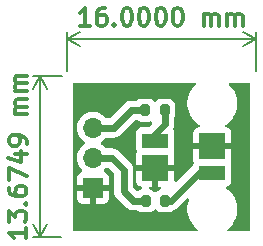
<source format=gbr>
%TF.GenerationSoftware,KiCad,Pcbnew,(6.0.2-0)*%
%TF.CreationDate,2022-08-03T15:23:41+02:00*%
%TF.ProjectId,Amon_led_board,416d6f6e-5f6c-4656-945f-626f6172642e,2*%
%TF.SameCoordinates,Original*%
%TF.FileFunction,Copper,L1,Top*%
%TF.FilePolarity,Positive*%
%FSLAX46Y46*%
G04 Gerber Fmt 4.6, Leading zero omitted, Abs format (unit mm)*
G04 Created by KiCad (PCBNEW (6.0.2-0)) date 2022-08-03 15:23:41*
%MOMM*%
%LPD*%
G01*
G04 APERTURE LIST*
G04 Aperture macros list*
%AMRoundRect*
0 Rectangle with rounded corners*
0 $1 Rounding radius*
0 $2 $3 $4 $5 $6 $7 $8 $9 X,Y pos of 4 corners*
0 Add a 4 corners polygon primitive as box body*
4,1,4,$2,$3,$4,$5,$6,$7,$8,$9,$2,$3,0*
0 Add four circle primitives for the rounded corners*
1,1,$1+$1,$2,$3*
1,1,$1+$1,$4,$5*
1,1,$1+$1,$6,$7*
1,1,$1+$1,$8,$9*
0 Add four rect primitives between the rounded corners*
20,1,$1+$1,$2,$3,$4,$5,0*
20,1,$1+$1,$4,$5,$6,$7,0*
20,1,$1+$1,$6,$7,$8,$9,0*
20,1,$1+$1,$8,$9,$2,$3,0*%
G04 Aperture macros list end*
%ADD10C,0.300000*%
%TA.AperFunction,NonConductor*%
%ADD11C,0.300000*%
%TD*%
%TA.AperFunction,NonConductor*%
%ADD12C,0.200000*%
%TD*%
%TA.AperFunction,SMDPad,CuDef*%
%ADD13R,2.200000X2.200000*%
%TD*%
%TA.AperFunction,SMDPad,CuDef*%
%ADD14R,2.200000X1.250000*%
%TD*%
%TA.AperFunction,SMDPad,CuDef*%
%ADD15RoundRect,0.200000X-0.200000X-0.275000X0.200000X-0.275000X0.200000X0.275000X-0.200000X0.275000X0*%
%TD*%
%TA.AperFunction,ComponentPad*%
%ADD16R,1.700000X1.700000*%
%TD*%
%TA.AperFunction,ComponentPad*%
%ADD17O,1.700000X1.700000*%
%TD*%
%TA.AperFunction,ViaPad*%
%ADD18C,0.700000*%
%TD*%
%TA.AperFunction,Conductor*%
%ADD19C,0.254000*%
%TD*%
%TA.AperFunction,Conductor*%
%ADD20C,0.600000*%
%TD*%
G04 APERTURE END LIST*
D10*
D11*
X133548315Y-100219218D02*
X133544655Y-101076353D01*
X133546485Y-100647785D02*
X132046499Y-100641379D01*
X132260172Y-100785150D01*
X132402418Y-100928616D01*
X132473236Y-101071777D01*
X132050464Y-99712816D02*
X132054430Y-98784253D01*
X132623718Y-99286689D01*
X132624633Y-99072405D01*
X132696671Y-98929855D01*
X132768404Y-98858732D01*
X132911565Y-98787914D01*
X133268704Y-98789439D01*
X133411255Y-98861477D01*
X133482378Y-98933210D01*
X133553196Y-99076371D01*
X133551366Y-99504938D01*
X133479328Y-99647489D01*
X133407595Y-99718612D01*
X133414306Y-98147198D02*
X133486039Y-98076075D01*
X133557161Y-98147808D01*
X133485428Y-98218931D01*
X133414306Y-98147198D01*
X133557161Y-98147808D01*
X132062971Y-96784272D02*
X132061751Y-97069983D01*
X132132569Y-97213144D01*
X132203691Y-97284877D01*
X132417365Y-97428648D01*
X132702772Y-97501296D01*
X133274195Y-97503736D01*
X133417356Y-97432919D01*
X133489089Y-97361796D01*
X133561127Y-97219245D01*
X133562347Y-96933533D01*
X133491529Y-96790372D01*
X133420406Y-96718639D01*
X133277856Y-96646601D01*
X132920716Y-96645076D01*
X132777555Y-96715894D01*
X132705822Y-96787017D01*
X132633784Y-96929568D01*
X132632564Y-97215279D01*
X132703382Y-97358440D01*
X132774505Y-97430173D01*
X132917055Y-97502211D01*
X132065716Y-96141420D02*
X132069987Y-95141429D01*
X133567228Y-95790687D01*
X132575168Y-93929290D02*
X133575159Y-93933561D01*
X132002219Y-94283989D02*
X133072113Y-94645705D01*
X133076079Y-93717142D01*
X133578819Y-93076426D02*
X133580040Y-92790714D01*
X133509222Y-92647553D01*
X133438099Y-92575820D01*
X133224425Y-92432049D01*
X132939019Y-92359401D01*
X132367595Y-92356961D01*
X132224434Y-92427779D01*
X132152701Y-92498901D01*
X132080663Y-92641452D01*
X132079443Y-92927164D01*
X132150261Y-93070325D01*
X132221384Y-93142058D01*
X132363935Y-93214096D01*
X132721074Y-93215621D01*
X132864235Y-93144803D01*
X132935968Y-93073680D01*
X133008006Y-92931129D01*
X133009226Y-92645418D01*
X132938408Y-92502257D01*
X132867286Y-92430524D01*
X132724735Y-92358486D01*
X133589496Y-90576448D02*
X132589505Y-90572178D01*
X132732361Y-90572788D02*
X132661238Y-90501055D01*
X132590420Y-90357894D01*
X132591335Y-90143610D01*
X132663373Y-90001059D01*
X132806534Y-89930242D01*
X133592241Y-89933597D01*
X132806534Y-89930242D02*
X132663983Y-89858204D01*
X132593165Y-89715043D01*
X132594081Y-89500759D01*
X132666119Y-89358208D01*
X132809279Y-89287390D01*
X133594987Y-89290746D01*
X133598037Y-88576467D02*
X132598046Y-88572196D01*
X132740902Y-88572806D02*
X132669779Y-88501073D01*
X132598961Y-88357912D01*
X132599876Y-88143629D01*
X132671914Y-88001078D01*
X132815075Y-87930260D01*
X133600782Y-87933615D01*
X132815075Y-87930260D02*
X132672524Y-87858222D01*
X132601707Y-87715061D01*
X132602622Y-87500777D01*
X132674660Y-87358226D01*
X132817821Y-87287409D01*
X133603528Y-87290764D01*
D12*
X136558405Y-87323065D02*
X134138449Y-87312730D01*
X136500005Y-100997865D02*
X134080049Y-100987530D01*
X134724863Y-87315234D02*
X134666463Y-100990034D01*
X134724863Y-87315234D02*
X134666463Y-100990034D01*
X134724863Y-87315234D02*
X134133637Y-88439223D01*
X134724863Y-87315234D02*
X135306468Y-88444232D01*
X134666463Y-100990034D02*
X135257689Y-99866045D01*
X134666463Y-100990034D02*
X134084858Y-99861036D01*
D10*
D11*
X138928571Y-83054171D02*
X138071428Y-83054171D01*
X138500000Y-83054171D02*
X138500000Y-81554171D01*
X138357142Y-81768457D01*
X138214285Y-81911314D01*
X138071428Y-81982742D01*
X140214285Y-81554171D02*
X139928571Y-81554171D01*
X139785714Y-81625600D01*
X139714285Y-81697028D01*
X139571428Y-81911314D01*
X139500000Y-82197028D01*
X139500000Y-82768457D01*
X139571428Y-82911314D01*
X139642857Y-82982742D01*
X139785714Y-83054171D01*
X140071428Y-83054171D01*
X140214285Y-82982742D01*
X140285714Y-82911314D01*
X140357142Y-82768457D01*
X140357142Y-82411314D01*
X140285714Y-82268457D01*
X140214285Y-82197028D01*
X140071428Y-82125600D01*
X139785714Y-82125600D01*
X139642857Y-82197028D01*
X139571428Y-82268457D01*
X139500000Y-82411314D01*
X141000000Y-82911314D02*
X141071428Y-82982742D01*
X141000000Y-83054171D01*
X140928571Y-82982742D01*
X141000000Y-82911314D01*
X141000000Y-83054171D01*
X142000000Y-81554171D02*
X142142857Y-81554171D01*
X142285714Y-81625600D01*
X142357142Y-81697028D01*
X142428571Y-81839885D01*
X142500000Y-82125600D01*
X142500000Y-82482742D01*
X142428571Y-82768457D01*
X142357142Y-82911314D01*
X142285714Y-82982742D01*
X142142857Y-83054171D01*
X142000000Y-83054171D01*
X141857142Y-82982742D01*
X141785714Y-82911314D01*
X141714285Y-82768457D01*
X141642857Y-82482742D01*
X141642857Y-82125600D01*
X141714285Y-81839885D01*
X141785714Y-81697028D01*
X141857142Y-81625600D01*
X142000000Y-81554171D01*
X143428571Y-81554171D02*
X143571428Y-81554171D01*
X143714285Y-81625600D01*
X143785714Y-81697028D01*
X143857142Y-81839885D01*
X143928571Y-82125600D01*
X143928571Y-82482742D01*
X143857142Y-82768457D01*
X143785714Y-82911314D01*
X143714285Y-82982742D01*
X143571428Y-83054171D01*
X143428571Y-83054171D01*
X143285714Y-82982742D01*
X143214285Y-82911314D01*
X143142857Y-82768457D01*
X143071428Y-82482742D01*
X143071428Y-82125600D01*
X143142857Y-81839885D01*
X143214285Y-81697028D01*
X143285714Y-81625600D01*
X143428571Y-81554171D01*
X144857142Y-81554171D02*
X145000000Y-81554171D01*
X145142857Y-81625600D01*
X145214285Y-81697028D01*
X145285714Y-81839885D01*
X145357142Y-82125600D01*
X145357142Y-82482742D01*
X145285714Y-82768457D01*
X145214285Y-82911314D01*
X145142857Y-82982742D01*
X145000000Y-83054171D01*
X144857142Y-83054171D01*
X144714285Y-82982742D01*
X144642857Y-82911314D01*
X144571428Y-82768457D01*
X144500000Y-82482742D01*
X144500000Y-82125600D01*
X144571428Y-81839885D01*
X144642857Y-81697028D01*
X144714285Y-81625600D01*
X144857142Y-81554171D01*
X146285714Y-81554171D02*
X146428571Y-81554171D01*
X146571428Y-81625600D01*
X146642857Y-81697028D01*
X146714285Y-81839885D01*
X146785714Y-82125600D01*
X146785714Y-82482742D01*
X146714285Y-82768457D01*
X146642857Y-82911314D01*
X146571428Y-82982742D01*
X146428571Y-83054171D01*
X146285714Y-83054171D01*
X146142857Y-82982742D01*
X146071428Y-82911314D01*
X146000000Y-82768457D01*
X145928571Y-82482742D01*
X145928571Y-82125600D01*
X146000000Y-81839885D01*
X146071428Y-81697028D01*
X146142857Y-81625600D01*
X146285714Y-81554171D01*
X148571428Y-83054171D02*
X148571428Y-82054171D01*
X148571428Y-82197028D02*
X148642857Y-82125600D01*
X148785714Y-82054171D01*
X149000000Y-82054171D01*
X149142857Y-82125600D01*
X149214285Y-82268457D01*
X149214285Y-83054171D01*
X149214285Y-82268457D02*
X149285714Y-82125600D01*
X149428571Y-82054171D01*
X149642857Y-82054171D01*
X149785714Y-82125600D01*
X149857142Y-82268457D01*
X149857142Y-83054171D01*
X150571428Y-83054171D02*
X150571428Y-82054171D01*
X150571428Y-82197028D02*
X150642857Y-82125600D01*
X150785714Y-82054171D01*
X151000000Y-82054171D01*
X151142857Y-82125600D01*
X151214285Y-82268457D01*
X151214285Y-83054171D01*
X151214285Y-82268457D02*
X151285714Y-82125600D01*
X151428571Y-82054171D01*
X151642857Y-82054171D01*
X151785714Y-82125600D01*
X151857142Y-82268457D01*
X151857142Y-83054171D01*
D12*
X137000000Y-86876000D02*
X137000000Y-83589180D01*
X153000000Y-86876000D02*
X153000000Y-83589180D01*
X137000000Y-84175600D02*
X153000000Y-84175600D01*
X137000000Y-84175600D02*
X153000000Y-84175600D01*
X137000000Y-84175600D02*
X138126504Y-84762021D01*
X137000000Y-84175600D02*
X138126504Y-83589179D01*
X153000000Y-84175600D02*
X151873496Y-83589179D01*
X153000000Y-84175600D02*
X151873496Y-84762021D01*
D13*
%TO.P,White,1,K*%
%TO.N,GND*%
X149301200Y-93283200D03*
D14*
%TO.P,White,2,A*%
%TO.N,Net-(D2-Pad2)*%
X149301200Y-95558200D03*
%TD*%
D13*
%TO.P,Red,1,K*%
%TO.N,GND*%
X144475200Y-95083200D03*
D14*
%TO.P,Red,2,A*%
%TO.N,Net-(D1-Pad2)*%
X144475200Y-92808200D03*
%TD*%
D15*
%TO.P,R2,1*%
%TO.N,Net-(J1-Pad2)*%
X143650200Y-97891600D03*
%TO.P,R2,2*%
%TO.N,Net-(D2-Pad2)*%
X145300200Y-97891600D03*
%TD*%
D16*
%TO.P,J1,1,Pin_1*%
%TO.N,GND*%
X139192000Y-96809800D03*
D17*
%TO.P,J1,2,Pin_2*%
%TO.N,Net-(J1-Pad2)*%
X139192000Y-94269800D03*
%TO.P,J1,3,Pin_3*%
%TO.N,Net-(J1-Pad3)*%
X139192000Y-91729800D03*
%TD*%
D15*
%TO.P,R1,1*%
%TO.N,Net-(J1-Pad3)*%
X143599400Y-90220800D03*
%TO.P,R1,2*%
%TO.N,Net-(D1-Pad2)*%
X145249400Y-90220800D03*
%TD*%
D18*
%TO.N,GND*%
X138379200Y-99500000D03*
X140055600Y-99500000D03*
X138430000Y-88800000D03*
X141833600Y-99500000D03*
X151600000Y-91300000D03*
X140055600Y-88800000D03*
X151600000Y-96800000D03*
X146913600Y-94335600D03*
X146913600Y-92405200D03*
%TD*%
D19*
%TO.N,Net-(D1-Pad2)*%
X145249400Y-90220800D02*
X145338800Y-90310200D01*
D20*
X145249400Y-91427800D02*
X145249400Y-90220800D01*
X144475200Y-92202000D02*
X145249400Y-91427800D01*
X144475200Y-92808200D02*
X144475200Y-92202000D01*
%TO.N,Net-(D2-Pad2)*%
X148129400Y-95558200D02*
X145796000Y-97891600D01*
X149301200Y-95558200D02*
X148129400Y-95558200D01*
X145796000Y-97891600D02*
X145300200Y-97891600D01*
D19*
X145338800Y-97891600D02*
X145300200Y-97891600D01*
D20*
%TO.N,Net-(J1-Pad2)*%
X139192000Y-94269800D02*
X140802600Y-94269800D01*
X142595600Y-97891600D02*
X143650200Y-97891600D01*
X141782800Y-97078800D02*
X142595600Y-97891600D01*
X141782800Y-95250000D02*
X141782800Y-97078800D01*
X140802600Y-94269800D02*
X141782800Y-95250000D01*
%TO.N,Net-(J1-Pad3)*%
X143599400Y-90220800D02*
X142443200Y-90220800D01*
X142443200Y-90220800D02*
X140934200Y-91729800D01*
X140934200Y-91729800D02*
X139192000Y-91729800D01*
%TD*%
%TA.AperFunction,Conductor*%
%TO.N,GND*%
G36*
X147863287Y-87904002D02*
G01*
X147909780Y-87957658D01*
X147919884Y-88027932D01*
X147890390Y-88092512D01*
X147880937Y-88102300D01*
X147759378Y-88215260D01*
X147577287Y-88437732D01*
X147427073Y-88682858D01*
X147311517Y-88946102D01*
X147232756Y-89222594D01*
X147192249Y-89507216D01*
X147192227Y-89511505D01*
X147192226Y-89511512D01*
X147190765Y-89790417D01*
X147190743Y-89794703D01*
X147228268Y-90079734D01*
X147304129Y-90357036D01*
X147305813Y-90360984D01*
X147397657Y-90576307D01*
X147416923Y-90621476D01*
X147564561Y-90868161D01*
X147744313Y-91092528D01*
X147803342Y-91148544D01*
X147919849Y-91259105D01*
X147952851Y-91290423D01*
X148070020Y-91374618D01*
X148177047Y-91451525D01*
X148220695Y-91507519D01*
X148227141Y-91578223D01*
X148194338Y-91641187D01*
X148132701Y-91676421D01*
X148117124Y-91679111D01*
X148098841Y-91681096D01*
X148083596Y-91684721D01*
X147963146Y-91729876D01*
X147947551Y-91738414D01*
X147845476Y-91814915D01*
X147832915Y-91827476D01*
X147756414Y-91929551D01*
X147747876Y-91945146D01*
X147702722Y-92065594D01*
X147699095Y-92080849D01*
X147693569Y-92131714D01*
X147693200Y-92138528D01*
X147693200Y-93011085D01*
X147697675Y-93026324D01*
X147699065Y-93027529D01*
X147706748Y-93029200D01*
X150891084Y-93029200D01*
X150906323Y-93024725D01*
X150907528Y-93023335D01*
X150909199Y-93015652D01*
X150909199Y-92138531D01*
X150908829Y-92131710D01*
X150903305Y-92080848D01*
X150899679Y-92065596D01*
X150854524Y-91945146D01*
X150845986Y-91929551D01*
X150769485Y-91827476D01*
X150756924Y-91814915D01*
X150654849Y-91738414D01*
X150639254Y-91729876D01*
X150518806Y-91684722D01*
X150503551Y-91681094D01*
X150481294Y-91678677D01*
X150415732Y-91651436D01*
X150375305Y-91593074D01*
X150372848Y-91522120D01*
X150409142Y-91461101D01*
X150422449Y-91450327D01*
X150626518Y-91306905D01*
X150626524Y-91306900D01*
X150630023Y-91304441D01*
X150737787Y-91204300D01*
X150837479Y-91111661D01*
X150837481Y-91111658D01*
X150840622Y-91108740D01*
X151022713Y-90886268D01*
X151172927Y-90641142D01*
X151179635Y-90625862D01*
X151286757Y-90381830D01*
X151288483Y-90377898D01*
X151289966Y-90372694D01*
X151366068Y-90105534D01*
X151367244Y-90101406D01*
X151407751Y-89816784D01*
X151407845Y-89798951D01*
X151409235Y-89533583D01*
X151409235Y-89533576D01*
X151409257Y-89529297D01*
X151406970Y-89511920D01*
X151390320Y-89385454D01*
X151371732Y-89244266D01*
X151295871Y-88966964D01*
X151183077Y-88702524D01*
X151035439Y-88455839D01*
X150855687Y-88231472D01*
X150852580Y-88228524D01*
X150852574Y-88228517D01*
X150718617Y-88101397D01*
X150682972Y-88039997D01*
X150686181Y-87969073D01*
X150727225Y-87911143D01*
X150793073Y-87884599D01*
X150805349Y-87884000D01*
X152366000Y-87884000D01*
X152434121Y-87904002D01*
X152480614Y-87957658D01*
X152492000Y-88010000D01*
X152492000Y-100366000D01*
X152471998Y-100434121D01*
X152418342Y-100480614D01*
X152366000Y-100492000D01*
X150677329Y-100492000D01*
X150609208Y-100471998D01*
X150562715Y-100418342D01*
X150552611Y-100348068D01*
X150582105Y-100283488D01*
X150604879Y-100262913D01*
X150626512Y-100247710D01*
X150626525Y-100247699D01*
X150630023Y-100245241D01*
X150840622Y-100049540D01*
X151022713Y-99827068D01*
X151172927Y-99581942D01*
X151288483Y-99318698D01*
X151367244Y-99042206D01*
X151407751Y-98757584D01*
X151407845Y-98739751D01*
X151409235Y-98474383D01*
X151409235Y-98474376D01*
X151409257Y-98470097D01*
X151371732Y-98185066D01*
X151295871Y-97907764D01*
X151240268Y-97777406D01*
X151184763Y-97647276D01*
X151184761Y-97647272D01*
X151183077Y-97643324D01*
X151095093Y-97496314D01*
X151037643Y-97400321D01*
X151037640Y-97400317D01*
X151035439Y-97396639D01*
X150855687Y-97172272D01*
X150647149Y-96974377D01*
X150527384Y-96888316D01*
X150483737Y-96832322D01*
X150477291Y-96761619D01*
X150510094Y-96698655D01*
X150556682Y-96668013D01*
X150639495Y-96636968D01*
X150639496Y-96636967D01*
X150647905Y-96633815D01*
X150764461Y-96546461D01*
X150851815Y-96429905D01*
X150902945Y-96293516D01*
X150909700Y-96231334D01*
X150909700Y-94885066D01*
X150902945Y-94822884D01*
X150900172Y-94815486D01*
X150900171Y-94815482D01*
X150857522Y-94701717D01*
X150852339Y-94630910D01*
X150857522Y-94613259D01*
X150899678Y-94500809D01*
X150903305Y-94485551D01*
X150908831Y-94434686D01*
X150909200Y-94427872D01*
X150909200Y-93555315D01*
X150904725Y-93540076D01*
X150903335Y-93538871D01*
X150895652Y-93537200D01*
X147711316Y-93537200D01*
X147696077Y-93541675D01*
X147694872Y-93543065D01*
X147693201Y-93550748D01*
X147693201Y-94427869D01*
X147693571Y-94434690D01*
X147699095Y-94485552D01*
X147702722Y-94500806D01*
X147744878Y-94613259D01*
X147750061Y-94684066D01*
X147744878Y-94701717D01*
X147702228Y-94815486D01*
X147699455Y-94822884D01*
X147698602Y-94830734D01*
X147698488Y-94831214D01*
X147663269Y-94892860D01*
X147642679Y-94908918D01*
X147624024Y-94920574D01*
X147619029Y-94925534D01*
X147619028Y-94925535D01*
X147595221Y-94949176D01*
X147594596Y-94949761D01*
X147593930Y-94950278D01*
X147567940Y-94976268D01*
X147495318Y-95048385D01*
X147494660Y-95049422D01*
X147493557Y-95050651D01*
X146298295Y-96245913D01*
X146235983Y-96279939D01*
X146165168Y-96274874D01*
X146108332Y-96232327D01*
X146083521Y-96165807D01*
X146083200Y-96156818D01*
X146083200Y-95355315D01*
X146078725Y-95340076D01*
X146077335Y-95338871D01*
X146069652Y-95337200D01*
X144747315Y-95337200D01*
X144732076Y-95341675D01*
X144730871Y-95343065D01*
X144729200Y-95350748D01*
X144729200Y-96673084D01*
X144733675Y-96688323D01*
X144735065Y-96689528D01*
X144742748Y-96691199D01*
X144860387Y-96691199D01*
X144928508Y-96711201D01*
X144975001Y-96764857D01*
X144985105Y-96835131D01*
X144955611Y-96899711D01*
X144898066Y-96937433D01*
X144813750Y-96963856D01*
X144813748Y-96963857D01*
X144806501Y-96966128D01*
X144659819Y-97054961D01*
X144564295Y-97150485D01*
X144501983Y-97184511D01*
X144431168Y-97179446D01*
X144386105Y-97150485D01*
X144290581Y-97054961D01*
X144143899Y-96966128D01*
X144136652Y-96963857D01*
X144136650Y-96963856D01*
X144052337Y-96937434D01*
X143993315Y-96897976D01*
X143964995Y-96832873D01*
X143976368Y-96762793D01*
X144023824Y-96709987D01*
X144090016Y-96691200D01*
X144203085Y-96691200D01*
X144218324Y-96686725D01*
X144219529Y-96685335D01*
X144221200Y-96677652D01*
X144221200Y-95355315D01*
X144216725Y-95340076D01*
X144215335Y-95338871D01*
X144207652Y-95337200D01*
X142885316Y-95337200D01*
X142870077Y-95341675D01*
X142868872Y-95343065D01*
X142867201Y-95350748D01*
X142867201Y-96227869D01*
X142867571Y-96234690D01*
X142873095Y-96285552D01*
X142876721Y-96300804D01*
X142921876Y-96421254D01*
X142930414Y-96436849D01*
X143006915Y-96538924D01*
X143019476Y-96551485D01*
X143121551Y-96627986D01*
X143137146Y-96636524D01*
X143257594Y-96681678D01*
X143270799Y-96684818D01*
X143332446Y-96720036D01*
X143365266Y-96782991D01*
X143358840Y-96853696D01*
X143315208Y-96909703D01*
X143279332Y-96927635D01*
X143163750Y-96963856D01*
X143163748Y-96963857D01*
X143156501Y-96966128D01*
X143150005Y-96970062D01*
X143150003Y-96970063D01*
X143027394Y-97044317D01*
X142958764Y-97062496D01*
X142891201Y-97040685D01*
X142873028Y-97025636D01*
X142628205Y-96780813D01*
X142594179Y-96718501D01*
X142591300Y-96691718D01*
X142591300Y-95259165D01*
X142591307Y-95257846D01*
X142592176Y-95174821D01*
X142592250Y-95167779D01*
X142590763Y-95160901D01*
X142590762Y-95160891D01*
X142583091Y-95125413D01*
X142581030Y-95112831D01*
X142576982Y-95076743D01*
X142576197Y-95069745D01*
X142565168Y-95038074D01*
X142561005Y-95023265D01*
X142555407Y-94997371D01*
X142555406Y-94997368D01*
X142553919Y-94990490D01*
X142535592Y-94951187D01*
X142530810Y-94939411D01*
X142516545Y-94898448D01*
X142510529Y-94888820D01*
X142498773Y-94870005D01*
X142491434Y-94856488D01*
X142480241Y-94832486D01*
X142480240Y-94832485D01*
X142477262Y-94826098D01*
X142469031Y-94815486D01*
X142450694Y-94791847D01*
X142443398Y-94781388D01*
X142424158Y-94750596D01*
X142424156Y-94750593D01*
X142420426Y-94744624D01*
X142391824Y-94715821D01*
X142391239Y-94715196D01*
X142390722Y-94714530D01*
X142364732Y-94688540D01*
X142292615Y-94615918D01*
X142291578Y-94615260D01*
X142290349Y-94614157D01*
X141380834Y-93704642D01*
X141379906Y-93703705D01*
X141321757Y-93644325D01*
X141321756Y-93644324D01*
X141316829Y-93639293D01*
X141280379Y-93615802D01*
X141270054Y-93608383D01*
X141236157Y-93581324D01*
X141205962Y-93566727D01*
X141192545Y-93559198D01*
X141179433Y-93550748D01*
X141164362Y-93541035D01*
X141157745Y-93538627D01*
X141157740Y-93538624D01*
X141123627Y-93526208D01*
X141111884Y-93521247D01*
X141079197Y-93505446D01*
X141079192Y-93505444D01*
X141072851Y-93502379D01*
X141065993Y-93500796D01*
X141065991Y-93500795D01*
X141040174Y-93494835D01*
X141025431Y-93490468D01*
X140993915Y-93478997D01*
X140986925Y-93478114D01*
X140986917Y-93478112D01*
X140950899Y-93473562D01*
X140938347Y-93471326D01*
X140902986Y-93463162D01*
X140902983Y-93463162D01*
X140896115Y-93461576D01*
X140889069Y-93461551D01*
X140889066Y-93461551D01*
X140855544Y-93461434D01*
X140854662Y-93461405D01*
X140853831Y-93461300D01*
X140817181Y-93461300D01*
X140816741Y-93461299D01*
X140718257Y-93460955D01*
X140718252Y-93460955D01*
X140714730Y-93460943D01*
X140713530Y-93461211D01*
X140711893Y-93461300D01*
X140348850Y-93461300D01*
X140280729Y-93441298D01*
X140255656Y-93420099D01*
X140125151Y-93276676D01*
X140125148Y-93276673D01*
X140121670Y-93272851D01*
X140117619Y-93269652D01*
X140117615Y-93269648D01*
X139950414Y-93137600D01*
X139950410Y-93137598D01*
X139946359Y-93134398D01*
X139905053Y-93111596D01*
X139855084Y-93061164D01*
X139840312Y-92991721D01*
X139865428Y-92925316D01*
X139892780Y-92898709D01*
X139936603Y-92867450D01*
X140071860Y-92770973D01*
X140230096Y-92613289D01*
X140233169Y-92609013D01*
X140246276Y-92590773D01*
X140302271Y-92547126D01*
X140348598Y-92538300D01*
X140924986Y-92538300D01*
X140926306Y-92538307D01*
X141016421Y-92539251D01*
X141058797Y-92530089D01*
X141071363Y-92528031D01*
X141114455Y-92523197D01*
X141121106Y-92520881D01*
X141121110Y-92520880D01*
X141146130Y-92512167D01*
X141160942Y-92508004D01*
X141186819Y-92502409D01*
X141193710Y-92500919D01*
X141233013Y-92482592D01*
X141244789Y-92477810D01*
X141285752Y-92463545D01*
X141291727Y-92459811D01*
X141291730Y-92459810D01*
X141314195Y-92445773D01*
X141327712Y-92438434D01*
X141351714Y-92427241D01*
X141351715Y-92427240D01*
X141358102Y-92424262D01*
X141392353Y-92397694D01*
X141402812Y-92390398D01*
X141433604Y-92371158D01*
X141433607Y-92371156D01*
X141439576Y-92367426D01*
X141468379Y-92338824D01*
X141469004Y-92338239D01*
X141469670Y-92337722D01*
X141495660Y-92311732D01*
X141568282Y-92239615D01*
X141568940Y-92238578D01*
X141570043Y-92237349D01*
X142741187Y-91066205D01*
X142803499Y-91032179D01*
X142830282Y-91029300D01*
X142881103Y-91029300D01*
X142949224Y-91049302D01*
X142954961Y-91053381D01*
X142959019Y-91057439D01*
X142965519Y-91061376D01*
X142965521Y-91061377D01*
X143011440Y-91089186D01*
X143105701Y-91146272D01*
X143112948Y-91148543D01*
X143112950Y-91148544D01*
X143162287Y-91164005D01*
X143269338Y-91197553D01*
X143342765Y-91204300D01*
X143345663Y-91204300D01*
X143600065Y-91204299D01*
X143856034Y-91204299D01*
X143858892Y-91204036D01*
X143858901Y-91204036D01*
X143894404Y-91200774D01*
X143929462Y-91197553D01*
X144032416Y-91165289D01*
X144103401Y-91164005D01*
X144163811Y-91201302D01*
X144194468Y-91265338D01*
X144185637Y-91335784D01*
X144159190Y-91374618D01*
X143910042Y-91623766D01*
X143909104Y-91624695D01*
X143894778Y-91638724D01*
X143832113Y-91672094D01*
X143806621Y-91674700D01*
X143327066Y-91674700D01*
X143264884Y-91681455D01*
X143128495Y-91732585D01*
X143011939Y-91819939D01*
X142924585Y-91936495D01*
X142873455Y-92072884D01*
X142866700Y-92135066D01*
X142866700Y-93481334D01*
X142873455Y-93543516D01*
X142876227Y-93550912D01*
X142876229Y-93550918D01*
X142918878Y-93664683D01*
X142924061Y-93735490D01*
X142918878Y-93753141D01*
X142876722Y-93865591D01*
X142873095Y-93880849D01*
X142867569Y-93931714D01*
X142867200Y-93938528D01*
X142867200Y-94811085D01*
X142871675Y-94826324D01*
X142873065Y-94827529D01*
X142880748Y-94829200D01*
X146065084Y-94829200D01*
X146080323Y-94824725D01*
X146081528Y-94823335D01*
X146083199Y-94815652D01*
X146083199Y-93938531D01*
X146082829Y-93931710D01*
X146077305Y-93880848D01*
X146073678Y-93865594D01*
X146031522Y-93753141D01*
X146026339Y-93682334D01*
X146031522Y-93664683D01*
X146074171Y-93550918D01*
X146074173Y-93550912D01*
X146076945Y-93543516D01*
X146083700Y-93481334D01*
X146083700Y-92135066D01*
X146076945Y-92072884D01*
X146025815Y-91936495D01*
X146020430Y-91929310D01*
X146020429Y-91929308D01*
X145998645Y-91900242D01*
X145973797Y-91833735D01*
X145981070Y-91781582D01*
X145992992Y-91748827D01*
X145997953Y-91737084D01*
X146013754Y-91704397D01*
X146013756Y-91704392D01*
X146016821Y-91698051D01*
X146019899Y-91684721D01*
X146024365Y-91665374D01*
X146028732Y-91650631D01*
X146040203Y-91619115D01*
X146041086Y-91612125D01*
X146041088Y-91612117D01*
X146045638Y-91576099D01*
X146047874Y-91563547D01*
X146056038Y-91528186D01*
X146056038Y-91528183D01*
X146057624Y-91521315D01*
X146057673Y-91507519D01*
X146057766Y-91480744D01*
X146057795Y-91479862D01*
X146057900Y-91479031D01*
X146057900Y-91442228D01*
X146058257Y-91339930D01*
X146057989Y-91338730D01*
X146057900Y-91337093D01*
X146057900Y-90893983D01*
X146076124Y-90828712D01*
X146095937Y-90795996D01*
X146099872Y-90789499D01*
X146151153Y-90625862D01*
X146157900Y-90552435D01*
X146157899Y-89889166D01*
X146151153Y-89815738D01*
X146099872Y-89652101D01*
X146011039Y-89505419D01*
X145889781Y-89384161D01*
X145743099Y-89295328D01*
X145735852Y-89293057D01*
X145735850Y-89293056D01*
X145669564Y-89272283D01*
X145579462Y-89244047D01*
X145506035Y-89237300D01*
X145503137Y-89237300D01*
X145248735Y-89237301D01*
X144992766Y-89237301D01*
X144989908Y-89237564D01*
X144989899Y-89237564D01*
X144954396Y-89240826D01*
X144919338Y-89244047D01*
X144912960Y-89246046D01*
X144912959Y-89246046D01*
X144762950Y-89293056D01*
X144762948Y-89293057D01*
X144755701Y-89295328D01*
X144609019Y-89384161D01*
X144513495Y-89479685D01*
X144451183Y-89513711D01*
X144380368Y-89508646D01*
X144335305Y-89479685D01*
X144239781Y-89384161D01*
X144093099Y-89295328D01*
X144085852Y-89293057D01*
X144085850Y-89293056D01*
X144019564Y-89272283D01*
X143929462Y-89244047D01*
X143856035Y-89237300D01*
X143853137Y-89237300D01*
X143598735Y-89237301D01*
X143342766Y-89237301D01*
X143339908Y-89237564D01*
X143339899Y-89237564D01*
X143304396Y-89240826D01*
X143269338Y-89244047D01*
X143262960Y-89246046D01*
X143262959Y-89246046D01*
X143112950Y-89293056D01*
X143112948Y-89293057D01*
X143105701Y-89295328D01*
X142959019Y-89384161D01*
X142956981Y-89386199D01*
X142892901Y-89411746D01*
X142881103Y-89412300D01*
X142452365Y-89412300D01*
X142451046Y-89412293D01*
X142360979Y-89411350D01*
X142354101Y-89412837D01*
X142354091Y-89412838D01*
X142318613Y-89420509D01*
X142306038Y-89422569D01*
X142262945Y-89427403D01*
X142231274Y-89438432D01*
X142216465Y-89442595D01*
X142190571Y-89448193D01*
X142190568Y-89448194D01*
X142183690Y-89449681D01*
X142144387Y-89468008D01*
X142132611Y-89472790D01*
X142091648Y-89487055D01*
X142085673Y-89490789D01*
X142085670Y-89490790D01*
X142063205Y-89504827D01*
X142049688Y-89512166D01*
X142025681Y-89523361D01*
X142025677Y-89523363D01*
X142019298Y-89526338D01*
X142009958Y-89533583D01*
X141985044Y-89552908D01*
X141974595Y-89560197D01*
X141937824Y-89583174D01*
X141932825Y-89588139D01*
X141932823Y-89588140D01*
X141909015Y-89611783D01*
X141908392Y-89612366D01*
X141907730Y-89612879D01*
X141881881Y-89638728D01*
X141861115Y-89659350D01*
X141809118Y-89710985D01*
X141808459Y-89712023D01*
X141807353Y-89713256D01*
X140636213Y-90884395D01*
X140573901Y-90918421D01*
X140547118Y-90921300D01*
X140348850Y-90921300D01*
X140280729Y-90901298D01*
X140255656Y-90880099D01*
X140125151Y-90736676D01*
X140125148Y-90736673D01*
X140121670Y-90732851D01*
X140117619Y-90729652D01*
X140117615Y-90729648D01*
X139950414Y-90597600D01*
X139950410Y-90597598D01*
X139946359Y-90594398D01*
X139750789Y-90486438D01*
X139745920Y-90484714D01*
X139745916Y-90484712D01*
X139545087Y-90413595D01*
X139545083Y-90413594D01*
X139540212Y-90411869D01*
X139535119Y-90410962D01*
X139535116Y-90410961D01*
X139325373Y-90373600D01*
X139325367Y-90373599D01*
X139320284Y-90372694D01*
X139246452Y-90371792D01*
X139102081Y-90370028D01*
X139102079Y-90370028D01*
X139096911Y-90369965D01*
X138876091Y-90403755D01*
X138663756Y-90473157D01*
X138633443Y-90488937D01*
X138511465Y-90552435D01*
X138465607Y-90576307D01*
X138461474Y-90579410D01*
X138461471Y-90579412D01*
X138374384Y-90644799D01*
X138286965Y-90710435D01*
X138132629Y-90871938D01*
X138129715Y-90876210D01*
X138129714Y-90876211D01*
X138088805Y-90936181D01*
X138006743Y-91056480D01*
X137959716Y-91157792D01*
X137938128Y-91204300D01*
X137912688Y-91259105D01*
X137852989Y-91474370D01*
X137829251Y-91696495D01*
X137829548Y-91701648D01*
X137829548Y-91701651D01*
X137836803Y-91827476D01*
X137842110Y-91919515D01*
X137843247Y-91924561D01*
X137843248Y-91924567D01*
X137847886Y-91945146D01*
X137891222Y-92137439D01*
X137931791Y-92237349D01*
X137971871Y-92336054D01*
X137975266Y-92344416D01*
X138007915Y-92397694D01*
X138084823Y-92523197D01*
X138091987Y-92534888D01*
X138238250Y-92703738D01*
X138410126Y-92846432D01*
X138480595Y-92887611D01*
X138483445Y-92889276D01*
X138532169Y-92940914D01*
X138545240Y-93010697D01*
X138518509Y-93076469D01*
X138478055Y-93109827D01*
X138465607Y-93116307D01*
X138461474Y-93119410D01*
X138461471Y-93119412D01*
X138437247Y-93137600D01*
X138286965Y-93250435D01*
X138132629Y-93411938D01*
X138129715Y-93416210D01*
X138129714Y-93416211D01*
X138072015Y-93500795D01*
X138006743Y-93596480D01*
X137988639Y-93635482D01*
X137934024Y-93753141D01*
X137912688Y-93799105D01*
X137852989Y-94014370D01*
X137829251Y-94236495D01*
X137829548Y-94241648D01*
X137829548Y-94241651D01*
X137840492Y-94431455D01*
X137842110Y-94459515D01*
X137843247Y-94464561D01*
X137843248Y-94464567D01*
X137851415Y-94500806D01*
X137891222Y-94677439D01*
X137918503Y-94744624D01*
X137970475Y-94872616D01*
X137975266Y-94884416D01*
X137997424Y-94920574D01*
X138084760Y-95063094D01*
X138091987Y-95074888D01*
X138238250Y-95243738D01*
X138242225Y-95247038D01*
X138242231Y-95247044D01*
X138247425Y-95251356D01*
X138287059Y-95310260D01*
X138288555Y-95381241D01*
X138251439Y-95441762D01*
X138211168Y-95466280D01*
X138103946Y-95506476D01*
X138088351Y-95515014D01*
X137986276Y-95591515D01*
X137973715Y-95604076D01*
X137897214Y-95706151D01*
X137888676Y-95721746D01*
X137843522Y-95842194D01*
X137839895Y-95857449D01*
X137834369Y-95908314D01*
X137834000Y-95915128D01*
X137834000Y-96537685D01*
X137838475Y-96552924D01*
X137839865Y-96554129D01*
X137847548Y-96555800D01*
X140531884Y-96555800D01*
X140547123Y-96551325D01*
X140548328Y-96549935D01*
X140549999Y-96542252D01*
X140549999Y-95915131D01*
X140549629Y-95908310D01*
X140544105Y-95857448D01*
X140540479Y-95842196D01*
X140495324Y-95721746D01*
X140486786Y-95706151D01*
X140410285Y-95604076D01*
X140397724Y-95591515D01*
X140295649Y-95515014D01*
X140280054Y-95506476D01*
X140169813Y-95465148D01*
X140113049Y-95422506D01*
X140088349Y-95355945D01*
X140103557Y-95286596D01*
X140125104Y-95257915D01*
X140226430Y-95156944D01*
X140226440Y-95156932D01*
X140230096Y-95153289D01*
X140233169Y-95149013D01*
X140246276Y-95130773D01*
X140302271Y-95087126D01*
X140348598Y-95078300D01*
X140415518Y-95078300D01*
X140483639Y-95098302D01*
X140504613Y-95115205D01*
X140937395Y-95547987D01*
X140971421Y-95610299D01*
X140974300Y-95637082D01*
X140974300Y-97069586D01*
X140974293Y-97070906D01*
X140973349Y-97161021D01*
X140982511Y-97203397D01*
X140984569Y-97215963D01*
X140989403Y-97259055D01*
X140991719Y-97265706D01*
X140991720Y-97265710D01*
X141000433Y-97290730D01*
X141004596Y-97305542D01*
X141011681Y-97338310D01*
X141030008Y-97377613D01*
X141034790Y-97389389D01*
X141049055Y-97430352D01*
X141052789Y-97436327D01*
X141052790Y-97436330D01*
X141066827Y-97458795D01*
X141074166Y-97472312D01*
X141085359Y-97496314D01*
X141088338Y-97502702D01*
X141092655Y-97508267D01*
X141092656Y-97508269D01*
X141114906Y-97536953D01*
X141122202Y-97547412D01*
X141145174Y-97584176D01*
X141150134Y-97589171D01*
X141150135Y-97589172D01*
X141173776Y-97612979D01*
X141174361Y-97613604D01*
X141174878Y-97614270D01*
X141200868Y-97640260D01*
X141272985Y-97712882D01*
X141274022Y-97713540D01*
X141275251Y-97714643D01*
X142017366Y-98456758D01*
X142018294Y-98457695D01*
X142057621Y-98497854D01*
X142081371Y-98522107D01*
X142117821Y-98545598D01*
X142128146Y-98553017D01*
X142162043Y-98580076D01*
X142168384Y-98583141D01*
X142168385Y-98583142D01*
X142192237Y-98594672D01*
X142205654Y-98602201D01*
X142233838Y-98620365D01*
X142240455Y-98622773D01*
X142240460Y-98622776D01*
X142274573Y-98635192D01*
X142286316Y-98640153D01*
X142319000Y-98655953D01*
X142319009Y-98655956D01*
X142325349Y-98659021D01*
X142332214Y-98660606D01*
X142358028Y-98666566D01*
X142372768Y-98670932D01*
X142404285Y-98682403D01*
X142411270Y-98683285D01*
X142411277Y-98683287D01*
X142447292Y-98687837D01*
X142459843Y-98690072D01*
X142502085Y-98699825D01*
X142509129Y-98699850D01*
X142509133Y-98699850D01*
X142542672Y-98699967D01*
X142543542Y-98699996D01*
X142544369Y-98700100D01*
X142580858Y-98700100D01*
X142581297Y-98700101D01*
X142679943Y-98700445D01*
X142679948Y-98700445D01*
X142683470Y-98700457D01*
X142684670Y-98700189D01*
X142686308Y-98700100D01*
X142931903Y-98700100D01*
X143000024Y-98720102D01*
X143005761Y-98724181D01*
X143009819Y-98728239D01*
X143016319Y-98732176D01*
X143016321Y-98732177D01*
X143051180Y-98753288D01*
X143156501Y-98817072D01*
X143163748Y-98819343D01*
X143163750Y-98819344D01*
X143230036Y-98840117D01*
X143320138Y-98868353D01*
X143393565Y-98875100D01*
X143396463Y-98875100D01*
X143650865Y-98875099D01*
X143906834Y-98875099D01*
X143909692Y-98874836D01*
X143909701Y-98874836D01*
X143945204Y-98871574D01*
X143980262Y-98868353D01*
X143986647Y-98866352D01*
X144136650Y-98819344D01*
X144136652Y-98819343D01*
X144143899Y-98817072D01*
X144290581Y-98728239D01*
X144386105Y-98632715D01*
X144448417Y-98598689D01*
X144519232Y-98603754D01*
X144564295Y-98632715D01*
X144659819Y-98728239D01*
X144806501Y-98817072D01*
X144813748Y-98819343D01*
X144813750Y-98819344D01*
X144880036Y-98840117D01*
X144970138Y-98868353D01*
X145043565Y-98875100D01*
X145046463Y-98875100D01*
X145300865Y-98875099D01*
X145556834Y-98875099D01*
X145559692Y-98874836D01*
X145559701Y-98874836D01*
X145595204Y-98871574D01*
X145630262Y-98868353D01*
X145636647Y-98866352D01*
X145786650Y-98819344D01*
X145786652Y-98819343D01*
X145793899Y-98817072D01*
X145940581Y-98728239D01*
X145966249Y-98702571D01*
X146028717Y-98668512D01*
X146048621Y-98664209D01*
X146048625Y-98664208D01*
X146055510Y-98662719D01*
X146094813Y-98644392D01*
X146106589Y-98639610D01*
X146147552Y-98625345D01*
X146153527Y-98621611D01*
X146153530Y-98621610D01*
X146175995Y-98607573D01*
X146189512Y-98600234D01*
X146213514Y-98589041D01*
X146213515Y-98589040D01*
X146219902Y-98586062D01*
X146254153Y-98559494D01*
X146264612Y-98552198D01*
X146295404Y-98532958D01*
X146295407Y-98532956D01*
X146301376Y-98529226D01*
X146330179Y-98500624D01*
X146330804Y-98500039D01*
X146331470Y-98499522D01*
X146357460Y-98473532D01*
X146430082Y-98401415D01*
X146430740Y-98400378D01*
X146431843Y-98399149D01*
X147125216Y-97705776D01*
X147187528Y-97671750D01*
X147258343Y-97676815D01*
X147315179Y-97719362D01*
X147339990Y-97785882D01*
X147329686Y-97845513D01*
X147311517Y-97886902D01*
X147232756Y-98163394D01*
X147192249Y-98448016D01*
X147192227Y-98452305D01*
X147192226Y-98452312D01*
X147190781Y-98728239D01*
X147190743Y-98735503D01*
X147228268Y-99020534D01*
X147304129Y-99297836D01*
X147416923Y-99562276D01*
X147564561Y-99808961D01*
X147744313Y-100033328D01*
X147952851Y-100231223D01*
X147998019Y-100263680D01*
X148041665Y-100319672D01*
X148048111Y-100390375D01*
X148015308Y-100453340D01*
X147953672Y-100488574D01*
X147924491Y-100492000D01*
X137634000Y-100492000D01*
X137565879Y-100471998D01*
X137519386Y-100418342D01*
X137508000Y-100366000D01*
X137508000Y-97704469D01*
X137834001Y-97704469D01*
X137834371Y-97711290D01*
X137839895Y-97762152D01*
X137843521Y-97777404D01*
X137888676Y-97897854D01*
X137897214Y-97913449D01*
X137973715Y-98015524D01*
X137986276Y-98028085D01*
X138088351Y-98104586D01*
X138103946Y-98113124D01*
X138224394Y-98158278D01*
X138239649Y-98161905D01*
X138290514Y-98167431D01*
X138297328Y-98167800D01*
X138919885Y-98167800D01*
X138935124Y-98163325D01*
X138936329Y-98161935D01*
X138938000Y-98154252D01*
X138938000Y-98149684D01*
X139446000Y-98149684D01*
X139450475Y-98164923D01*
X139451865Y-98166128D01*
X139459548Y-98167799D01*
X140086669Y-98167799D01*
X140093490Y-98167429D01*
X140144352Y-98161905D01*
X140159604Y-98158279D01*
X140280054Y-98113124D01*
X140295649Y-98104586D01*
X140397724Y-98028085D01*
X140410285Y-98015524D01*
X140486786Y-97913449D01*
X140495324Y-97897854D01*
X140540478Y-97777406D01*
X140544105Y-97762151D01*
X140549631Y-97711286D01*
X140550000Y-97704472D01*
X140550000Y-97081915D01*
X140545525Y-97066676D01*
X140544135Y-97065471D01*
X140536452Y-97063800D01*
X139464115Y-97063800D01*
X139448876Y-97068275D01*
X139447671Y-97069665D01*
X139446000Y-97077348D01*
X139446000Y-98149684D01*
X138938000Y-98149684D01*
X138938000Y-97081915D01*
X138933525Y-97066676D01*
X138932135Y-97065471D01*
X138924452Y-97063800D01*
X137852116Y-97063800D01*
X137836877Y-97068275D01*
X137835672Y-97069665D01*
X137834001Y-97077348D01*
X137834001Y-97704469D01*
X137508000Y-97704469D01*
X137508000Y-88010000D01*
X137528002Y-87941879D01*
X137581658Y-87895386D01*
X137634000Y-87884000D01*
X147795166Y-87884000D01*
X147863287Y-87904002D01*
G37*
%TD.AperFunction*%
%TD*%
M02*

</source>
